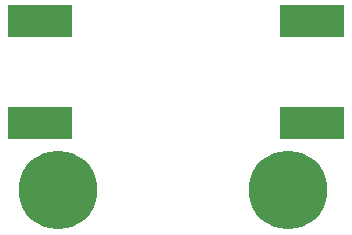
<source format=gbs>
G04 #@! TF.FileFunction,Soldermask,Bot*
%FSLAX46Y46*%
G04 Gerber Fmt 4.6, Leading zero omitted, Abs format (unit mm)*
G04 Created by KiCad (PCBNEW (after 2015-mar-04 BZR unknown)-product) date 4/20/2017 4:49:57 PM*
%MOMM*%
G01*
G04 APERTURE LIST*
%ADD10C,0.150000*%
%ADD11R,5.384800X2.717800*%
%ADD12C,6.654800*%
G04 APERTURE END LIST*
D10*
D11*
X2500000Y-3182000D03*
X2500000Y-11818000D03*
X25500000Y-3182000D03*
X25500000Y-11818000D03*
D12*
X23500000Y-17500000D03*
X4000000Y-17500000D03*
M02*

</source>
